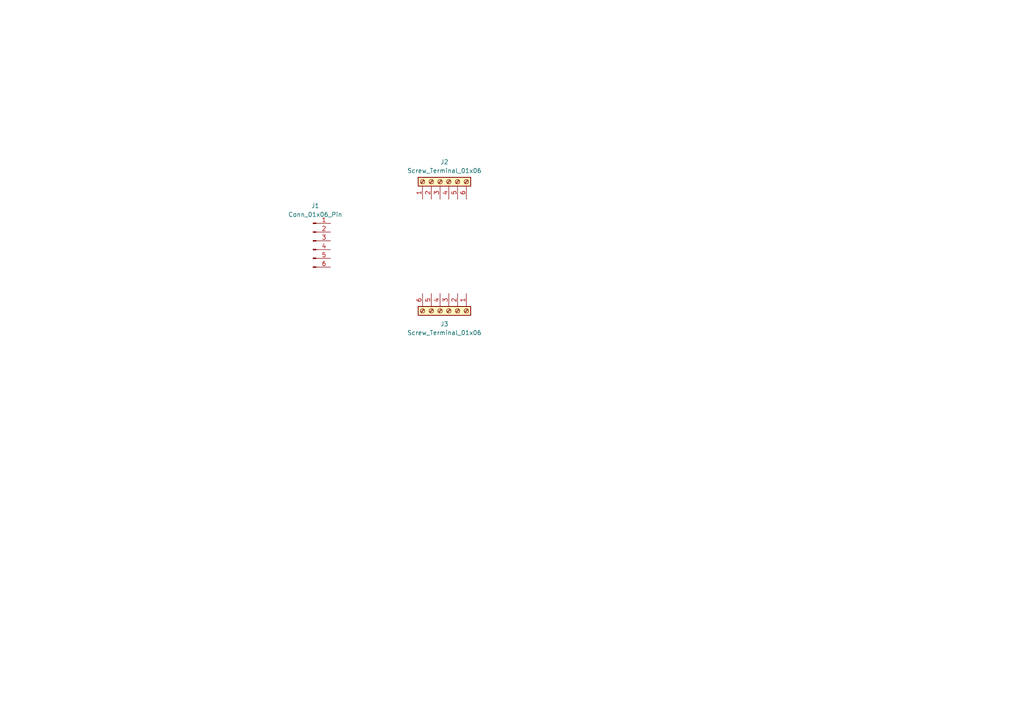
<source format=kicad_sch>
(kicad_sch (version 20230121) (generator eeschema)
  (paper "A4")
  (lib_symbols
    (symbol "Connector:Conn_01x06_Pin" (pin_names (offset 1.016) hide)
      (property "Reference" "J" (at 0 7.62 0))
      (property "Value" "Conn_01x06_Pin" (at 0 -10.16 0))
      (symbol "Conn_01x06_Pin_1_1"
        (polyline (pts (xy 1.27 -7.62) (xy 0.8636 -7.62)) (stroke (width 0.1524)))
        (polyline (pts (xy 1.27 -5.08) (xy 0.8636 -5.08)) (stroke (width 0.1524)))
        (polyline (pts (xy 1.27 -2.54) (xy 0.8636 -2.54)) (stroke (width 0.1524)))
        (polyline (pts (xy 1.27 0) (xy 0.8636 0)) (stroke (width 0.1524)))
        (polyline (pts (xy 1.27 2.54) (xy 0.8636 2.54)) (stroke (width 0.1524)))
        (polyline (pts (xy 1.27 5.08) (xy 0.8636 5.08)) (stroke (width 0.1524)))
        (rectangle (start 0.8636 -7.493) (end 0 -7.747) (stroke (width 0.1524)) (fill (type outline)))
        (rectangle (start 0.8636 -4.953) (end 0 -5.207) (stroke (width 0.1524)) (fill (type outline)))
        (rectangle (start 0.8636 -2.413) (end 0 -2.667) (stroke (width 0.1524)) (fill (type outline)))
        (rectangle (start 0.8636 0.127) (end 0 -0.127) (stroke (width 0.1524)) (fill (type outline)))
        (rectangle (start 0.8636 2.667) (end 0 2.413) (stroke (width 0.1524)) (fill (type outline)))
        (rectangle (start 0.8636 5.207) (end 0 4.953) (stroke (width 0.1524)) (fill (type outline)))
        (pin passive line (at 5.08 5.08 180) (length 3.81) (name "Pin_1") (number "1"))
        (pin passive line (at 5.08 2.54 180) (length 3.81) (name "Pin_2") (number "2"))
        (pin passive line (at 5.08 0 180) (length 3.81) (name "Pin_3") (number "3"))
        (pin passive line (at 5.08 -2.54 180) (length 3.81) (name "Pin_4") (number "4"))
        (pin passive line (at 5.08 -5.08 180) (length 3.81) (name "Pin_5") (number "5"))
        (pin passive line (at 5.08 -7.62 180) (length 3.81) (name "Pin_6") (number "6"))
      )
    )
    (symbol "Connector:Screw_Terminal_01x06" (pin_names (offset 1.016) hide)
      (property "Reference" "J" (at 0 7.62 0))
      (property "Value" "Screw_Terminal_01x06" (at 0 -10.16 0))
      (symbol "Screw_Terminal_01x06_1_1"
        (rectangle (start -1.27 6.35) (end 1.27 -8.89) (stroke (width 0.254)) (fill (type background)))
        (circle (center 0 -7.62) (radius 0.635) (stroke (width 0.1524)))
        (circle (center 0 -5.08) (radius 0.635) (stroke (width 0.1524)))
        (circle (center 0 -2.54) (radius 0.635) (stroke (width 0.1524)))
        (polyline (pts (xy -0.5334 -7.2898) (xy 0.3302 -8.128)) (stroke (width 0.1524)))
        (polyline (pts (xy -0.5334 -4.7498) (xy 0.3302 -5.588)) (stroke (width 0.1524)))
        (polyline (pts (xy -0.5334 -2.2098) (xy 0.3302 -3.048)) (stroke (width 0.1524)))
        (polyline (pts (xy -0.5334 0.3302) (xy 0.3302 -0.508)) (stroke (width 0.1524)))
        (polyline (pts (xy -0.5334 2.8702) (xy 0.3302 2.032)) (stroke (width 0.1524)))
        (polyline (pts (xy -0.5334 5.4102) (xy 0.3302 4.572)) (stroke (width 0.1524)))
        (polyline (pts (xy -0.3556 -7.112) (xy 0.508 -7.9502)) (stroke (width 0.1524)))
        (polyline (pts (xy -0.3556 -4.572) (xy 0.508 -5.4102)) (stroke (width 0.1524)))
        (polyline (pts (xy -0.3556 -2.032) (xy 0.508 -2.8702)) (stroke (width 0.1524)))
        (polyline (pts (xy -0.3556 0.508) (xy 0.508 -0.3302)) (stroke (width 0.1524)))
        (polyline (pts (xy -0.3556 3.048) (xy 0.508 2.2098)) (stroke (width 0.1524)))
        (polyline (pts (xy -0.3556 5.588) (xy 0.508 4.7498)) (stroke (width 0.1524)))
        (circle (center 0 0) (radius 0.635) (stroke (width 0.1524)))
        (circle (center 0 2.54) (radius 0.635) (stroke (width 0.1524)))
        (circle (center 0 5.08) (radius 0.635) (stroke (width 0.1524)))
        (pin passive line (at -5.08 5.08 0) (length 3.81) (name "Pin_1") (number "1"))
        (pin passive line (at -5.08 2.54 0) (length 3.81) (name "Pin_2") (number "2"))
        (pin passive line (at -5.08 0 0) (length 3.81) (name "Pin_3") (number "3"))
        (pin passive line (at -5.08 -2.54 0) (length 3.81) (name "Pin_4") (number "4"))
        (pin passive line (at -5.08 -5.08 0) (length 3.81) (name "Pin_5") (number "5"))
        (pin passive line (at -5.08 -7.62 0) (length 3.81) (name "Pin_6") (number "6"))
      )
    )
  )
  (symbol (lib_id "Connector:Conn_01x06_Pin") (at 90.805 69.85 0) (unit 1)
    (property "Reference" "J1" (at 91.44 59.69 0))
    (property "Value" "Conn_01x06_Pin" (at 91.44 62.23 0))
    (property "Footprint" "Connector_PinHeader_2.54mm:PinHeader_1x06_P2.54mm_Horizontal" (effects hide))
  )
  (symbol (lib_id "Connector:Screw_Terminal_01x06") (at 130.175 90.17 270) (unit 1)
    (property "Reference" "J3" (at 128.905 93.98 90))
    (property "Value" "Screw_Terminal_01x06" (at 128.905 96.52 90))
  )
  (symbol (lib_id "Connector:Screw_Terminal_01x06") (at 127.635 52.705 90) (unit 1)
    (property "Reference" "J2" (at 128.905 46.99 90))
    (property "Value" "Screw_Terminal_01x06" (at 128.905 49.53 90))
  )
)
</source>
